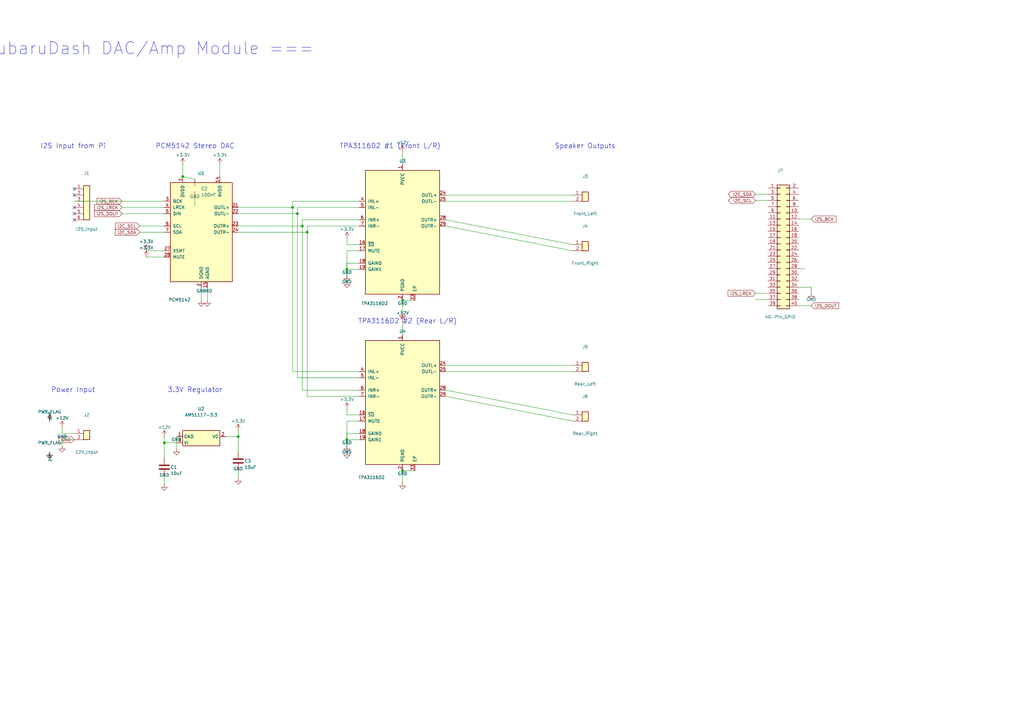
<source format=kicad_sch>
(kicad_sch (version 20250114) (generator "eeschema") (generator_version "9.0")
  (paper "A3")
  (title_block (title "SubaruDash DAC/Amp Module") (date "2026-02-02") (rev "1.0") (comment 1 "4×50W Class D Audio System") (comment 2 "PCM5142 DAC + 2× TPA3116D2 Amp"))
  (lib_symbols
    (symbol "Connector_Generic:Conn_01x02" (pin_names (offset 1.016) (hide yes))
      (property "Reference" "J" (at 0 2.54 0))
      (property "Value" "Conn_01x02" (at 0 -5.08 0))
      (symbol "Conn_01x02_1_1"
        (rectangle (start -1.27 1.27) (end 1.27 -2.54) (stroke (width 0.254)) (fill (type background)))
        (pin passive line (at -5.08 0 0) (length 3.81) (name "Pin_1") (number "1"))
        (pin passive line (at -5.08 -2.54 0) (length 3.81) (name "Pin_2") (number "2"))
      )
    )
    (symbol "Connector_Generic:Conn_01x06" (pin_names (offset 1.016) (hide yes))
      (property "Reference" "J" (at 0 7.62 0))
      (property "Value" "Conn_01x06" (at 0 -10.16 0))
      (symbol "Conn_01x06_1_1"
        (rectangle (start -1.27 6.35) (end 1.27 -7.62) (stroke (width 0.254)) (fill (type background)))
        (pin passive line (at -5.08 5.08 0) (length 3.81) (name "Pin_1") (number "1"))
        (pin passive line (at -5.08 2.54 0) (length 3.81) (name "Pin_2") (number "2"))
        (pin passive line (at -5.08 0 0) (length 3.81) (name "Pin_3") (number "3"))
        (pin passive line (at -5.08 -2.54 0) (length 3.81) (name "Pin_4") (number "4"))
        (pin passive line (at -5.08 -5.08 0) (length 3.81) (name "Pin_5") (number "5"))
        (pin passive line (at -5.08 -7.62 0) (length 3.81) (name "Pin_6") (number "6"))
      )
    )
    (symbol "Connector_Generic:Conn_02x20_Odd_Even" (pin_names (offset 1.016) (hide yes))
      (property "Reference" "J" (at 1.27 25.4 0))
      (property "Value" "Conn_02x20_Odd_Even" (at 1.27 -27.94 0))
      (symbol "Conn_02x20_Odd_Even_1_1"
        (rectangle (start -1.27 24.13) (end 3.81 -26.67) (stroke (width 0.254)) (fill (type background)))
        (rectangle (start -1.27 22.987) (end 0 22.733) (stroke (width 0.1524)))
        (rectangle (start -1.27 20.447) (end 0 20.193) (stroke (width 0.1524)))
        (rectangle (start -1.27 17.907) (end 0 17.653) (stroke (width 0.1524)))
        (rectangle (start -1.27 15.367) (end 0 15.113) (stroke (width 0.1524)))
        (rectangle (start -1.27 12.827) (end 0 12.573) (stroke (width 0.1524)))
        (rectangle (start -1.27 10.287) (end 0 10.033) (stroke (width 0.1524)))
        (rectangle (start -1.27 7.747) (end 0 7.493) (stroke (width 0.1524)))
        (rectangle (start -1.27 5.207) (end 0 4.953) (stroke (width 0.1524)))
        (rectangle (start -1.27 2.667) (end 0 2.413) (stroke (width 0.1524)))
        (rectangle (start -1.27 0.127) (end 0 -0.127) (stroke (width 0.1524)))
        (rectangle (start -1.27 -2.413) (end 0 -2.667) (stroke (width 0.1524)))
        (rectangle (start -1.27 -4.953) (end 0 -5.207) (stroke (width 0.1524)))
        (rectangle (start -1.27 -7.493) (end 0 -7.747) (stroke (width 0.1524)))
        (rectangle (start -1.27 -10.033) (end 0 -10.287) (stroke (width 0.1524)))
        (rectangle (start -1.27 -12.573) (end 0 -12.827) (stroke (width 0.1524)))
        (rectangle (start -1.27 -15.113) (end 0 -15.367) (stroke (width 0.1524)))
        (rectangle (start -1.27 -17.653) (end 0 -17.907) (stroke (width 0.1524)))
        (rectangle (start -1.27 -20.193) (end 0 -20.447) (stroke (width 0.1524)))
        (rectangle (start -1.27 -22.733) (end 0 -22.987) (stroke (width 0.1524)))
        (rectangle (start -1.27 -25.273) (end 0 -25.527) (stroke (width 0.1524)))
        (rectangle (start 3.81 22.987) (end 2.54 22.733) (stroke (width 0.1524)))
        (rectangle (start 3.81 20.447) (end 2.54 20.193) (stroke (width 0.1524)))
        (rectangle (start 3.81 17.907) (end 2.54 17.653) (stroke (width 0.1524)))
        (rectangle (start 3.81 15.367) (end 2.54 15.113) (stroke (width 0.1524)))
        (rectangle (start 3.81 12.827) (end 2.54 12.573) (stroke (width 0.1524)))
        (rectangle (start 3.81 10.287) (end 2.54 10.033) (stroke (width 0.1524)))
        (rectangle (start 3.81 7.747) (end 2.54 7.493) (stroke (width 0.1524)))
        (rectangle (start 3.81 5.207) (end 2.54 4.953) (stroke (width 0.1524)))
        (rectangle (start 3.81 2.667) (end 2.54 2.413) (stroke (width 0.1524)))
        (rectangle (start 3.81 0.127) (end 2.54 -0.127) (stroke (width 0.1524)))
        (rectangle (start 3.81 -2.413) (end 2.54 -2.667) (stroke (width 0.1524)))
        (rectangle (start 3.81 -4.953) (end 2.54 -5.207) (stroke (width 0.1524)))
        (rectangle (start 3.81 -7.493) (end 2.54 -7.747) (stroke (width 0.1524)))
        (rectangle (start 3.81 -10.033) (end 2.54 -10.287) (stroke (width 0.1524)))
        (rectangle (start 3.81 -12.573) (end 2.54 -12.827) (stroke (width 0.1524)))
        (rectangle (start 3.81 -15.113) (end 2.54 -15.367) (stroke (width 0.1524)))
        (rectangle (start 3.81 -17.653) (end 2.54 -17.907) (stroke (width 0.1524)))
        (rectangle (start 3.81 -20.193) (end 2.54 -20.447) (stroke (width 0.1524)))
        (rectangle (start 3.81 -22.733) (end 2.54 -22.987) (stroke (width 0.1524)))
        (rectangle (start 3.81 -25.273) (end 2.54 -25.527) (stroke (width 0.1524)))
        (pin passive line (at -5.08 22.86 0) (length 3.81) (name "Pin_1") (number "1"))
        (pin passive line (at -5.08 20.32 0) (length 3.81) (name "Pin_3") (number "3"))
        (pin passive line (at -5.08 17.78 0) (length 3.81) (name "Pin_5") (number "5"))
        (pin passive line (at -5.08 15.24 0) (length 3.81) (name "Pin_7") (number "7"))
        (pin passive line (at -5.08 12.7 0) (length 3.81) (name "Pin_9") (number "9"))
        (pin passive line (at -5.08 10.16 0) (length 3.81) (name "Pin_11") (number "11"))
        (pin passive line (at -5.08 7.62 0) (length 3.81) (name "Pin_13") (number "13"))
        (pin passive line (at -5.08 5.08 0) (length 3.81) (name "Pin_15") (number "15"))
        (pin passive line (at -5.08 2.54 0) (length 3.81) (name "Pin_17") (number "17"))
        (pin passive line (at -5.08 0 0) (length 3.81) (name "Pin_19") (number "19"))
        (pin passive line (at -5.08 -2.54 0) (length 3.81) (name "Pin_21") (number "21"))
        (pin passive line (at -5.08 -5.08 0) (length 3.81) (name "Pin_23") (number "23"))
        (pin passive line (at -5.08 -7.62 0) (length 3.81) (name "Pin_25") (number "25"))
        (pin passive line (at -5.08 -10.16 0) (length 3.81) (name "Pin_27") (number "27"))
        (pin passive line (at -5.08 -12.7 0) (length 3.81) (name "Pin_29") (number "29"))
        (pin passive line (at -5.08 -15.24 0) (length 3.81) (name "Pin_31") (number "31"))
        (pin passive line (at -5.08 -17.78 0) (length 3.81) (name "Pin_33") (number "33"))
        (pin passive line (at -5.08 -20.32 0) (length 3.81) (name "Pin_35") (number "35"))
        (pin passive line (at -5.08 -22.86 0) (length 3.81) (name "Pin_37") (number "37"))
        (pin passive line (at -5.08 -25.4 0) (length 3.81) (name "Pin_39") (number "39"))
        (pin passive line (at 7.62 22.86 180) (length 3.81) (name "Pin_2") (number "2"))
        (pin passive line (at 7.62 20.32 180) (length 3.81) (name "Pin_4") (number "4"))
        (pin passive line (at 7.62 17.78 180) (length 3.81) (name "Pin_6") (number "6"))
        (pin passive line (at 7.62 15.24 180) (length 3.81) (name "Pin_8") (number "8"))
        (pin passive line (at 7.62 12.7 180) (length 3.81) (name "Pin_10") (number "10"))
        (pin passive line (at 7.62 10.16 180) (length 3.81) (name "Pin_12") (number "12"))
        (pin passive line (at 7.62 7.62 180) (length 3.81) (name "Pin_14") (number "14"))
        (pin passive line (at 7.62 5.08 180) (length 3.81) (name "Pin_16") (number "16"))
        (pin passive line (at 7.62 2.54 180) (length 3.81) (name "Pin_18") (number "18"))
        (pin passive line (at 7.62 0 180) (length 3.81) (name "Pin_20") (number "20"))
        (pin passive line (at 7.62 -2.54 180) (length 3.81) (name "Pin_22") (number "22"))
        (pin passive line (at 7.62 -5.08 180) (length 3.81) (name "Pin_24") (number "24"))
        (pin passive line (at 7.62 -7.62 180) (length 3.81) (name "Pin_26") (number "26"))
        (pin passive line (at 7.62 -10.16 180) (length 3.81) (name "Pin_28") (number "28"))
        (pin passive line (at 7.62 -12.7 180) (length 3.81) (name "Pin_30") (number "30"))
        (pin passive line (at 7.62 -15.24 180) (length 3.81) (name "Pin_32") (number "32"))
        (pin passive line (at 7.62 -17.78 180) (length 3.81) (name "Pin_34") (number "34"))
        (pin passive line (at 7.62 -20.32 180) (length 3.81) (name "Pin_36") (number "36"))
        (pin passive line (at 7.62 -22.86 180) (length 3.81) (name "Pin_38") (number "38"))
        (pin passive line (at 7.62 -25.4 180) (length 3.81) (name "Pin_40") (number "40"))
      )
    )
    (symbol "Device:C" (pin_numbers (hide yes)) (pin_names (offset 0.254) (hide yes))
      (property "Reference" "C" (at 0.635 2.54 0))
      (property "Value" "C" (at 0.635 -2.54 0))
      (symbol "C_0_1"
        (polyline (pts (xy -2.032 0.762) (xy 2.032 0.762)) (stroke (width 0.508)))
        (polyline (pts (xy -2.032 -0.762) (xy 2.032 -0.762)) (stroke (width 0.508)))
      )
      (symbol "C_1_1"
        (pin passive line (at 0 3.81 270) (length 2.794) (name "~") (number "1"))
        (pin passive line (at 0 -3.81 90) (length 2.794) (name "~") (number "2"))
      )
    )
    (symbol "Device:L" (pin_numbers (hide yes)) (pin_names (offset 1.016) (hide yes))
      (property "Reference" "L" (at -1.016 0 90))
      (property "Value" "L" (at 1.524 0 90))
      (symbol "L_0_1"
        (arc (start 0 2.54) (mid 0.6323 1.905) (end 0 1.27))
        (arc (start 0 1.27) (mid 0.6323 0.635) (end 0 0))
        (arc (start 0 0) (mid 0.6323 -0.635) (end 0 -1.27))
        (arc (start 0 -1.27) (mid 0.6323 -1.905) (end 0 -2.54))
      )
      (symbol "L_1_1"
        (pin passive line (at 0 3.81 270) (length 1.27) (name "1") (number "1"))
        (pin passive line (at 0 -3.81 90) (length 1.27) (name "2") (number "2"))
      )
    )
    (symbol "Device:R" (pin_numbers (hide yes)) (pin_names (offset 0) (hide yes))
      (property "Reference" "R" (at 2.032 0 90))
      (property "Value" "R" (at 0 0 90))
      (symbol "R_0_1"
        (rectangle (start -1.016 -2.54) (end 1.016 2.54) (stroke (width 0.254)))
      )
      (symbol "R_1_1"
        (pin passive line (at 0 3.81 270) (length 1.27) (name "~") (number "1"))
        (pin passive line (at 0 -3.81 90) (length 1.27) (name "~") (number "2"))
      )
    )
    (symbol "Regulator_Linear:AMS1117-3.3"
      (property "Reference" "U" (at 0 5.08 0))
      (property "Value" "AMS1117-3.3" (at 0 2.54 0))
      (symbol "AMS1117-3.3_0_1"
        (rectangle (start -7.62 -5.08) (end 7.62 1.27) (stroke (width 0.254)) (fill (type background)))
      )
      (symbol "AMS1117-3.3_1_1"
        (pin power_in line (at -10.16 -1.27 0) (length 2.54) (name "GND") (number "1"))
        (pin power_in line (at -10.16 -3.81 0) (length 2.54) (name "VI") (number "3"))
        (pin power_out line (at 10.16 -1.27 180) (length 2.54) (name "VO") (number "2"))
      )
    )
    (symbol "custom:PCM5142" (pin_names (offset 1.016))
      (property "Reference" "U" (at 0 21.59 0))
      (property "Value" "PCM5142" (at 0 -21.59 0))
      (symbol "PCM5142_0_1"
        (rectangle (start -12.7 20.32) (end 12.7 -20.32) (stroke (width 0.254)) (fill (type background)))
      )
      (symbol "PCM5142_1_1"
        (pin input line (at -15.24 12.7 0) (length 2.54) (name "BCK") (number "3"))
        (pin input line (at -15.24 10.16 0) (length 2.54) (name "LRCK") (number "4"))
        (pin input line (at -15.24 7.62 0) (length 2.54) (name "DIN") (number "5"))
        (pin input line (at -15.24 2.54 0) (length 2.54) (name "SCL") (number "6"))
        (pin bidirectional line (at -15.24 0 0) (length 2.54) (name "SDA") (number "7"))
        (pin input line (at -15.24 -7.62 0) (length 2.54) (name "XSMT") (number "27"))
        (pin input line (at -15.24 -10.16 0) (length 2.54) (name "MUTE") (number "28"))
        (pin power_in line (at -7.62 22.86 270) (length 2.54) (name "DVDD") (number "1"))
        (pin power_in line (at 0 -22.86 90) (length 2.54) (name "DGND") (number "2"))
        (pin power_in line (at 2.54 -22.86 90) (length 2.54) (name "AGND") (number "15"))
        (pin power_in line (at 7.62 22.86 270) (length 2.54) (name "AVDD") (number "14"))
        (pin output line (at 15.24 10.16 180) (length 2.54) (name "OUTL+") (number "21"))
        (pin output line (at 15.24 7.62 180) (length 2.54) (name "OUTL-") (number "22"))
        (pin output line (at 15.24 2.54 180) (length 2.54) (name "OUTR+") (number "23"))
        (pin output line (at 15.24 0 180) (length 2.54) (name "OUTR-") (number "24"))
      )
    )
    (symbol "custom:TPA3116D2" (pin_names (offset 1.016))
      (property "Reference" "U" (at 0 26.67 0))
      (property "Value" "TPA3116D2" (at 0 -26.67 0))
      (symbol "TPA3116D2_0_1"
        (rectangle (start -15.24 25.4) (end 15.24 -25.4) (stroke (width 0.254)) (fill (type background)))
      )
      (symbol "TPA3116D2_1_1"
        (pin input line (at -17.78 12.7 0) (length 2.54) (name "INL+") (number "4"))
        (pin input line (at -17.78 10.16 0) (length 2.54) (name "INL-") (number "5"))
        (pin input line (at -17.78 5.08 0) (length 2.54) (name "INR+") (number "6"))
        (pin input line (at -17.78 2.54 0) (length 2.54) (name "INR-") (number "7"))
        (pin input line (at -17.78 -5.08 0) (length 2.54) (name "~{SD}") (number "16"))
        (pin input line (at -17.78 -7.62 0) (length 2.54) (name "MUTE") (number "17"))
        (pin input line (at -17.78 -12.7 0) (length 2.54) (name "GAIN0") (number "18"))
        (pin input line (at -17.78 -15.24 0) (length 2.54) (name "GAIN1") (number "19"))
        (pin power_in line (at 0 27.94 270) (length 2.54) (name "PVCC") (number "1"))
        (pin power_in line (at 0 -27.94 90) (length 2.54) (name "PGND") (number "2"))
        (pin passive line (at 5.08 -27.94 90) (length 2.54) (name "EP") (number "33"))
        (pin output line (at 17.78 15.24 180) (length 2.54) (name "OUTL+") (number "24"))
        (pin output line (at 17.78 12.7 180) (length 2.54) (name "OUTL-") (number "25"))
        (pin output line (at 17.78 5.08 180) (length 2.54) (name "OUTR+") (number "28"))
        (pin output line (at 17.78 2.54 180) (length 2.54) (name "OUTR-") (number "29"))
      )
    )
    (symbol "power:+12V" (power) (pin_numbers (hide yes)) (pin_names (offset 0) (hide yes))
      (property "Value" "+12V" (at 0 3.556 0))
      (symbol "+12V_0_1"
        (polyline (pts (xy -0.762 1.27) (xy 0 2.54)))
        (polyline (pts (xy 0 2.54) (xy 0.762 1.27)))
        (polyline (pts (xy 0 0) (xy 0 2.54)))
      )
      (symbol "+12V_1_1"
        (pin power_in line (at 0 0 90) (length 0) (name "+12V") (number "1"))
      )
    )
    (symbol "power:+3.3V" (power) (pin_numbers (hide yes)) (pin_names (offset 0) (hide yes))
      (property "Value" "+3.3V" (at 0 3.556 0))
      (symbol "+3.3V_0_1"
        (polyline (pts (xy -0.762 1.27) (xy 0 2.54)))
        (polyline (pts (xy 0 2.54) (xy 0.762 1.27)))
        (polyline (pts (xy 0 0) (xy 0 2.54)))
      )
      (symbol "+3.3V_1_1"
        (pin power_in line (at 0 0 90) (length 0) (name "+3.3V") (number "1"))
      )
    )
    (symbol "power:GND" (power) (pin_numbers (hide yes)) (pin_names (offset 0) (hide yes))
      (property "Value" "GND" (at 0 -3.81 0))
      (symbol "GND_0_1"
        (polyline (pts (xy 0 0) (xy 0 -1.27) (xy 1.27 -1.27) (xy 0 -2.54) (xy -1.27 -1.27) (xy 0 -1.27)))
      )
      (symbol "GND_1_1"
        (pin power_in line (at 0 0 270) (length 0) (name "GND") (number "1"))
      )
    )
    (symbol "power:NC" (pin_numbers (hide yes)) (exclude_from_sim yes) (in_bom no) (on_board no)
      (symbol "NC_0_0"
        (polyline (pts (xy -0.635 0.635) (xy 0.635 -0.635)) (stroke (width 0.1524)))
        (polyline (pts (xy -0.635 -0.635) (xy 0.635 0.635)) (stroke (width 0.1524)))
      )
      (symbol "NC_1_1"
        (pin passive line (at 0 0 0) (length 0) (hide yes) (name "NC") (number "1"))
      )
    )
    (symbol "power:PWR_FLAG" (power) (pin_numbers (hide yes))
      (property "Value" "PWR_FLAG" (at 0 3.81 0))
      (symbol "PWR_FLAG_0_0"
        (pin power_out line (at 0 0 90) (length 0) (name "pwr") (number "1"))
      )
      (symbol "PWR_FLAG_0_1"
        (polyline (pts (xy 0 0) (xy 0 1.27) (xy -0.762 1.905) (xy 0 2.54) (xy 0.762 1.905) (xy 0 1.27)))
      )
    )
  )
  (text "TPA3116D2 #1 (Front L/R)" (at 160 60 0) (effects (font (size 2 2))))
  (text "=== SubaruDash DAC/Amp Module ===" (at 50 20 0) (effects (font (size 5 5))))
  (text "3.3V Regulator" (at 80 160 0) (effects (font (size 2 2))))
  (text "I2S Input from Pi" (at 30 60 0) (effects (font (size 2 2))))
  (text "TPA3116D2 #2 (Rear L/R)" (at 167.132 131.826 0) (effects (font (size 2 2))))
  (text "PCM5142 Stereo DAC" (at 80 60 0) (effects (font (size 2 2))))
  (text "Speaker Outputs" (at 240 60 0) (effects (font (size 2 2))))
  (text "Power Input" (at 30 160 0) (effects (font (size 2 2))))
  (junction (at 165.1 193.04))
  (junction (at 67.39 181.61))
  (junction (at 142.24 110.49))
  (junction (at 122 87.63))
  (junction (at 97.71 179.07))
  (junction (at 124 92.71))
  (junction (at 165.1 123.19))
  (junction (at 120 85.09))
  (junction (at 74.93 72.39))
  (junction (at 142.24 180.34))
  (junction (at 126 95.25))
  (no_connect (at 30.48 77.47))
  (no_connect (at 30.48 90.17))
  (no_connect (at 30.48 87.63))
  (no_connect (at 30.48 85.09))
  (no_connect (at 30.48 80.01))
  (wire (pts (xy 182.88 160.02) (xy 234.92 170.18)))
  (wire (pts (xy 124 90.17) (xy 147.32 90.17)))
  (wire (pts (xy 147.32 172.72) (xy 142.32 172.72)))
  (wire (pts (xy 142.32 102.87) (xy 142.32 115.49)))
  (wire (pts (xy 142.24 177.8) (xy 147.32 177.8)))
  (wire (pts (xy 327.62 117.78) (xy 332.7 117.78)))
  (wire (pts (xy 72.39 181.61) (xy 67.39 181.61)))
  (wire (pts (xy 67.31 92.71) (xy 57.31 92.71)))
  (wire (pts (xy 327.62 125.4) (xy 332.7 125.4)))
  (wire (pts (xy 165.1 137.16) (xy 165.1 132.16)))
  (wire (pts (xy 182.88 90.17) (xy 234.92 100.33)))
  (wire (pts (xy 97.71 185.26) (xy 97.71 179.07)))
  (wire (pts (xy 79.93 81.2) (xy 79.93 84.39)))
  (wire (pts (xy 142.24 177.8) (xy 142.24 180.34)))
  (wire (pts (xy 126 95.25) (xy 126 92.71)))
  (wire (pts (xy 332.7 117.78) (xy 332.7 120.32)))
  (wire (pts (xy 147.32 102.87) (xy 142.32 102.87)))
  (wire (pts (xy 327.62 89.84) (xy 332.7 89.84)))
  (wire (pts (xy 97.79 85.09) (xy 120 85.09)))
  (wire (pts (xy 124 92.71) (xy 124 90.17)))
  (wire (pts (xy 309.84 120.32) (xy 314.92 120.32)))
  (wire (pts (xy 122 85.09) (xy 147.32 85.09)))
  (wire (pts (xy 142.24 180.34) (xy 142.24 182.88)))
  (wire (pts (xy 124 92.71) (xy 124 160.02)))
  (wire (pts (xy 30.48 82.55) (xy 67.31 82.55)))
  (wire (pts (xy 182.88 149.86) (xy 234.92 149.86)))
  (wire (pts (xy 182.88 80.01) (xy 234.92 80.01)))
  (wire (pts (xy 92.71 179.07) (xy 97.71 179.07)))
  (wire (pts (xy 120 85.09) (xy 120 82.55)))
  (wire (pts (xy 67.31 95.25) (xy 57.31 95.25)))
  (wire (pts (xy 97.79 92.71) (xy 124 92.71)))
  (wire (pts (xy 126 95.25) (xy 126 162.56)))
  (wire (pts (xy 79.93 73.58) (xy 74.93 72.39)))
  (wire (pts (xy 122 87.63) (xy 122 154.94)))
  (wire (pts (xy 142.32 172.72) (xy 142.32 185.34)))
  (wire (pts (xy 314.92 82.22) (xy 309.84 82.22)))
  (wire (pts (xy 170.18 123.19) (xy 165.1 123.19)))
  (wire (pts (xy 120 85.09) (xy 120 152.4)))
  (wire (pts (xy 97.71 192.88) (xy 97.71 196.07)))
  (wire (pts (xy 182.88 152.4) (xy 234.92 152.4)))
  (wire (pts (xy 72.39 179.07) (xy 72.39 184.07)))
  (wire (pts (xy 142.32 167.64) (xy 142.32 170.18)))
  (wire (pts (xy 126 92.71) (xy 147.32 92.71)))
  (wire (pts (xy 182.88 92.71) (xy 234.92 102.87)))
  (wire (pts (xy 74.93 72.39) (xy 74.93 67.39)))
  (wire (pts (xy 327.62 110.16) (xy 330.16 110.16)))
  (wire (pts (xy 120 82.55) (xy 147.32 82.55)))
  (wire (pts (xy 126 162.56) (xy 147.32 162.56)))
  (wire (pts (xy 30.48 177.8) (xy 25.48 177.8)))
  (wire (pts (xy 142.24 110.49) (xy 147.32 110.49)))
  (wire (pts (xy 147.32 170.18) (xy 142.32 170.18)))
  (wire (pts (xy 97.71 176.53) (xy 97.71 179.07)))
  (wire (pts (xy 82.55 118.11) (xy 82.55 123.11)))
  (wire (pts (xy 142.24 107.95) (xy 147.32 107.95)))
  (wire (pts (xy 170.18 193.04) (xy 165.1 193.04)))
  (wire (pts (xy 120 152.4) (xy 147.32 152.4)))
  (wire (pts (xy 67.39 187.8) (xy 67.39 181.61)))
  (wire (pts (xy 182.88 82.55) (xy 234.92 82.55)))
  (wire (pts (xy 25.48 180.34) (xy 25.48 182.88)))
  (wire (pts (xy 314.92 122.86) (xy 309.84 122.86)))
  (wire (pts (xy 25.48 175.26) (xy 25.48 177.8)))
  (wire (pts (xy 142.24 110.49) (xy 142.24 107.95)))
  (wire (pts (xy 122 87.63) (xy 122 85.09)))
  (wire (pts (xy 97.79 95.25) (xy 126 95.25)))
  (wire (pts (xy 165.1 193.04) (xy 165.1 198.04)))
  (wire (pts (xy 182.88 162.56) (xy 234.92 172.72)))
  (wire (pts (xy 50 85.09) (xy 67.31 85.09)))
  (wire (pts (xy 85.09 118.11) (xy 85.09 123.11)))
  (wire (pts (xy 142.24 180.34) (xy 147.32 180.34)))
  (wire (pts (xy 90.17 72.39) (xy 90.17 67.39)))
  (wire (pts (xy 142.24 110.49) (xy 142.24 113.03)))
  (wire (pts (xy 124 160.02) (xy 147.32 160.02)))
  (wire (pts (xy 50 87.63) (xy 67.31 87.63)))
  (wire (pts (xy 142.32 97.79) (xy 142.32 100.33)))
  (wire (pts (xy 122 154.94) (xy 147.32 154.94)))
  (wire (pts (xy 60 102.87) (xy 67.31 102.87)))
  (wire (pts (xy 97.79 87.63) (xy 122 87.63)))
  (wire (pts (xy 147.32 100.33) (xy 142.32 100.33)))
  (wire (pts (xy 165.1 123.19) (xy 165.1 128.19)))
  (wire (pts (xy 67.39 195.42) (xy 67.39 198.61)))
  (wire (pts (xy 67.39 179.07) (xy 67.39 181.61)))
  (wire (pts (xy 309.84 79.68) (xy 314.92 79.68)))
  (wire (pts (xy 60 105.41) (xy 67.31 105.41)))
  (wire (pts (xy 30.48 180.34) (xy 25.48 180.34)))
  (wire (pts (xy 165.1 67.31) (xy 165.1 62.31)))
  (global_label "GND" (shape input) (at 30.48 180.34 180) (property "Intersheetrefs" "${INTERSHEET_REFS}" (effects (hide yes))))
  (global_label "I2S_LRCK" (shape input) (at 309.84 120.32 180) (property "Intersheetrefs" "${INTERSHEET_REFS}" (effects (hide yes))))
  (global_label "I2C_SDA" (shape input) (at 57.31 95.25 180) (property "Intersheetrefs" "${INTERSHEET_REFS}" (effects (hide yes))))
  (global_label "I2S_DOUT" (shape input) (at 332.7 125.4 0) (property "Intersheetrefs" "${INTERSHEET_REFS}" (effects (hide yes))))
  (global_label "I2S_BCK" (shape input) (at 332.7 89.84 0) (property "Intersheetrefs" "${INTERSHEET_REFS}" (effects (hide yes))))
  (global_label "I2C_SCL" (shape bidirectional) (at 309.84 82.22 180) (property "Intersheetrefs" "${INTERSHEET_REFS}" (effects (hide yes))))
  (global_label "I2S_BCK" (shape input) (at 50 82.55 180) (property "Intersheetrefs" "${INTERSHEET_REFS}" (effects (hide yes))))
  (global_label "I2S_LRCK" (shape input) (at 50 85.09 180) (property "Intersheetrefs" "${INTERSHEET_REFS}" (effects (hide yes))))
  (global_label "I2S_DOUT" (shape input) (at 50 87.63 180) (property "Intersheetrefs" "${INTERSHEET_REFS}" (effects (hide yes))))
  (global_label "I2C_SCL" (shape input) (at 57.31 92.71 180) (property "Intersheetrefs" "${INTERSHEET_REFS}" (effects (hide yes))))
  (global_label "I2C_SDA" (shape bidirectional) (at 309.84 79.68 180) (property "Intersheetrefs" "${INTERSHEET_REFS}" (effects (hide yes))))
  (symbol (lib_id "power:GND") (at 67.39 198.61 0) (unit 1)
    (property "Reference" "#9a85e6a01" (effects (hide yes)))
    (property "Value" "GND" (at 67.39 194.8 0))
  )
  (symbol (lib_id "Connector_Generic:Conn_01x02") (at 240 149.86 0) (unit 1)
    (property "Reference" "J5" (at 240 142.24 0))
    (property "Value" "Rear_Left" (at 240 157.48 0))
    (property "Footprint" "Connector_Phoenix_MSTB:PhoenixContact_MSTBA_2,5_2-G-5,08_1x02_P5.08mm_Horizontal" (effects (hide yes)))
  )
  (symbol (lib_id "Connector_Generic:Conn_01x02") (at 240 100.33 0) (unit 1)
    (property "Reference" "J4" (at 240 92.71 0))
    (property "Value" "Front_Right" (at 240 107.95 0))
    (property "Footprint" "Connector_Phoenix_MSTB:PhoenixContact_MSTBA_2,5_2-G-5,08_1x02_P5.08mm_Horizontal" (effects (hide yes)))
  )
  (symbol (lib_id "power:+12V") (at 25.48 175.26 0) (unit 1)
    (property "Reference" "#209f58a01" (effects (hide yes)))
    (property "Value" "+12V" (at 25.48 171.45 0))
  )
  (symbol (lib_id "power:+3.3V") (at 142.32 97.79 0) (unit 1)
    (property "Reference" "#d01" (effects (hide yes)))
    (property "Value" "+3.3V" (at 142.32 93.98 0))
  )
  (symbol (lib_id "Connector_Generic:Conn_01x02") (at 240 170.18 0) (unit 1)
    (property "Reference" "J6" (at 240 162.56 0))
    (property "Value" "Rear_Right" (at 240 177.8 0))
    (property "Footprint" "Connector_Phoenix_MSTB:PhoenixContact_MSTBA_2,5_2-G-5,08_1x02_P5.08mm_Horizontal" (effects (hide yes)))
  )
  (symbol (lib_id "Connector_Generic:Conn_01x02") (at 240 80.01 0) (unit 1)
    (property "Reference" "J3" (at 240 72.39 0))
    (property "Value" "Front_Left" (at 240 87.63 0))
    (property "Footprint" "Connector_Phoenix_MSTB:PhoenixContact_MSTBA_2,5_2-G-5,08_1x02_P5.08mm_Horizontal" (effects (hide yes)))
  )
  (symbol (lib_id "power:+3.3V") (at 142.32 167.64 0) (unit 1)
    (property "Reference" "#6cc0e01" (effects (hide yes)))
    (property "Value" "+3.3V" (at 142.32 163.83 0))
  )
  (symbol (lib_id "Device:C") (at 67.39 191.61 0) (unit 1)
    (property "Reference" "C1" (at 69.93 191.61 0) (effects (justify left)))
    (property "Value" "10uF" (at 69.93 194.15 0) (effects (justify left)))
    (property "Footprint" "Capacitor_SMD:C_0805_2012Metric" (effects (hide yes)))
  )
  (symbol (lib_id "power:GND") (at 332.7 120.32 0) (unit 1)
    (property "Reference" "#PWR0202" (effects (hide yes)))
    (property "Value" "GND" (at 332.7 122.86 0))
  )
  (symbol (lib_id "power:+3.3V") (at 90.17 67.39 0) (unit 1)
    (property "Reference" "#836f01" (effects (hide yes)))
    (property "Value" "+3.3V" (at 90.17 63.58 0))
  )
  (symbol (lib_id "custom:TPA3116D2") (at 165.1 95.25 0) (unit 1)
    (property "Reference" "U3" (at 165.1 66.04 0))
    (property "Value" "TPA3116D2" (at 153.67 124.46 0))
    (property "Footprint" "Package_SO:HTSSOP-32-1EP_6.1x11mm_P0.65mm_EP5.2x11mm_Mask4.11x4.36mm_ThermalVias" (effects (hide yes)))
    (property "Datasheet" "https://www.ti.com/lit/ds/symlink/tpa3116d2.pdf" (effects (hide yes)))
  )
  (symbol (lib_id "power:+12V") (at 20.32 172.72 0) (unit 1)
    (property "Reference" "#PWR0301" (effects (hide yes)))
    (property "Value" "+12V" (effects (hide yes)))
  )
  (symbol (lib_id "power:+12V") (at 165.1 62.31 0) (unit 1)
    (property "Reference" "#ac31f01" (effects (hide yes)))
    (property "Value" "+12V" (at 165.1 58.5 0))
  )
  (symbol (lib_id "power:+12V") (at 67.39 179.07 0) (unit 1)
    (property "Reference" "#d7a85f4a01" (effects (hide yes)))
    (property "Value" "+12V" (at 67.39 175.26 0))
  )
  (symbol (lib_id "custom:TPA3116D2") (at 165.1 165.1 0) (unit 1)
    (property "Reference" "U4" (at 165.1 135.89 0))
    (property "Value" "TPA3116D2" (at 152.4 195.834 0))
    (property "Footprint" "Package_SO:HTSSOP-32-1EP_6.1x11mm_P0.65mm_EP5.2x11mm_Mask4.11x4.36mm_ThermalVias" (effects (hide yes)))
    (property "Datasheet" "https://www.ti.com/lit/ds/symlink/tpa3116d2.pdf" (effects (hide yes)))
  )
  (symbol (lib_id "power:GND") (at 165.1 128.19 0) (unit 1)
    (property "Reference" "#8729e01" (effects (hide yes)))
    (property "Value" "GND" (at 165.1 124.38 0))
  )
  (symbol (lib_id "custom:PCM5142") (at 82.55 95.25 0) (unit 1)
    (property "Reference" "U1" (at 82.55 71.12 0))
    (property "Value" "PCM5142" (at 73.66 122.936 0))
    (property "Footprint" "Package_QFP:TQFP-32_7x7mm_P0.8mm" (effects (hide yes)))
    (property "Datasheet" "https://www.ti.com/lit/ds/symlink/pcm5142.pdf" (effects (hide yes)))
  )
  (symbol (lib_id "power:GND") (at 142.24 113.03 0) (unit 1)
    (property "Reference" "#PWR0401" (effects (hide yes)))
    (property "Value" "GND" (at 142.24 115.57 0))
  )
  (symbol (lib_id "power:+3.3V") (at 74.93 67.39 0) (unit 1)
    (property "Reference" "#68709a01" (effects (hide yes)))
    (property "Value" "+3.3V" (at 74.93 63.58 0))
  )
  (symbol (lib_id "power:GND") (at 79.93 84.39 0) (unit 1)
    (property "Reference" "#7c7d9a5d01" (effects (hide yes)))
    (property "Value" "GND" (at 79.93 80.58 0))
  )
  (symbol (lib_id "Connector_Generic:Conn_02x20_Odd_Even") (at 320 100 0) (unit 1)
    (property "Reference" "J7" (at 320 70 0))
    (property "Value" "40-Pin_GPIO" (at 320 130 0))
    (property "Footprint" "Connector_PinSocket_2.54mm:PinSocket_2x20_P2.54mm_Vertical" (effects (hide yes)))
    (property "Description" "Generic connector, double row, 02x20, odd/even pin numbering scheme (row 1 odd numbers, row 2 even numbers), script generated (kicad-library-utils/schlib/autogen/connector/)" (effects (hide yes)))
  )
  (symbol (lib_id "power:+12V") (at 165.1 132.16 0) (unit 1)
    (property "Reference" "#1dadb1c01" (effects (hide yes)))
    (property "Value" "+12V" (at 165.1 128.35 0))
  )
  (symbol (lib_id "power:GND") (at 85.09 123.11 0) (unit 1)
    (property "Reference" "#301b787f01" (effects (hide yes)))
    (property "Value" "GND" (at 85.09 119.3 0))
  )
  (symbol (lib_id "power:GND") (at 20.32 185.42 0) (unit 1)
    (property "Reference" "#PWR0302" (effects (hide yes)))
    (property "Value" "GND" (effects (hide yes)))
  )
  (symbol (lib_id "power:GND") (at 165.1 198.04 0) (unit 1)
    (property "Reference" "#b261c1e01" (effects (hide yes)))
    (property "Value" "GND" (at 165.1 194.23 0))
  )
  (symbol (lib_id "power:GND") (at 97.71 196.07 0) (unit 1)
    (property "Reference" "#5d7de8de01" (effects (hide yes)))
    (property "Value" "GND" (at 97.71 192.26 0))
  )
  (symbol (lib_id "power:PWR_FLAG") (at 20.32 185.42 180) (unit 1)
    (property "Reference" "#FLG02" (effects (hide yes)))
    (property "Value" "PWR_FLAG" (at 20.32 181.61 0))
  )
  (symbol (lib_id "power:+3.3V") (at 60 102.87 0) (unit 1)
    (property "Reference" "#PWR_XSMT01" (effects (hide yes)))
    (property "Value" "+3.3V" (at 60 99.06 0))
  )
  (symbol (lib_id "power:+3.3V") (at 97.71 176.53 0) (unit 1)
    (property "Reference" "#4651e95e01" (effects (hide yes)))
    (property "Value" "+3.3V" (at 97.71 172.72 0))
  )
  (symbol (lib_id "power:GND") (at 82.55 123.11 0) (unit 1)
    (property "Reference" "#d2a00bac01" (effects (hide yes)))
    (property "Value" "GND" (at 82.55 119.3 0))
  )
  (symbol (lib_id "Connector_Generic:Conn_01x02") (at 35.56 177.8 0) (unit 1)
    (property "Reference" "J2" (at 35.56 170.18 0))
    (property "Value" "12V_Input" (at 35.56 185.42 0))
    (property "Footprint" "Connector_Phoenix_MSTB:PhoenixContact_MSTBA_2,5_2-G-5,08_1x02_P5.08mm_Horizontal" (effects (hide yes)))
  )
  (symbol (lib_id "power:GND") (at 142.32 185.34 0) (unit 1)
    (property "Reference" "#c24cb01" (effects (hide yes)))
    (property "Value" "GND" (at 142.32 181.53 0))
  )
  (symbol (lib_id "power:+3.3V") (at 60 105.41 0) (unit 1)
    (property "Reference" "#PWR_MUTE01" (effects (hide yes)))
    (property "Value" "+3.3V" (at 60 101.6 0))
  )
  (symbol (lib_id "power:GND") (at 142.32 115.49 0) (unit 1)
    (property "Reference" "#49e63b01" (effects (hide yes)))
    (property "Value" "GND" (at 142.32 111.68 0))
  )
  (symbol (lib_id "Regulator_Linear:AMS1117-3.3") (at 82.55 177.8 0) (unit 1)
    (property "Reference" "U2" (at 82.55 167.64 0))
    (property "Value" "AMS1117-3.3" (at 82.55 170.18 0))
    (property "Footprint" "Package_TO_SOT_SMD:SOT-223-3_TabPin2" (effects (hide yes)))
  )
  (symbol (lib_id "Connector_Generic:Conn_01x06") (at 35.56 82.55 0) (unit 1)
    (property "Reference" "J1" (at 35.56 71.12 0))
    (property "Value" "I2S_Input" (at 35.56 93.98 0))
    (property "Footprint" "Connector_PinHeader_2.54mm:PinHeader_1x06_P2.54mm_Vertical" (effects (hide yes)))
  )
  (symbol (lib_id "power:GND") (at 142.24 182.88 0) (unit 1)
    (property "Reference" "#PWR0402" (effects (hide yes)))
    (property "Value" "GND" (at 142.24 185.42 0))
  )
  (symbol (lib_id "Device:C") (at 79.93 77.39 0) (unit 1)
    (property "Reference" "C2" (at 82.47 77.39 0) (effects (justify left)))
    (property "Value" "100nF" (at 82.47 79.93 0) (effects (justify left)))
    (property "Footprint" "Capacitor_SMD:C_0805_2012Metric" (effects (hide yes)))
  )
  (symbol (lib_id "Device:C") (at 97.71 189.07 0) (unit 1)
    (property "Reference" "C3" (at 100.25 189.07 0) (effects (justify left)))
    (property "Value" "10uF" (at 100.25 191.61 0) (effects (justify left)))
    (property "Footprint" "Capacitor_SMD:C_0805_2012Metric" (effects (hide yes)))
  )
  (symbol (lib_id "power:GND") (at 25.48 182.88 0) (unit 1)
    (property "Reference" "#9ba2e01" (effects (hide yes)))
    (property "Value" "GND" (at 25.48 179.07 0))
  )
  (symbol (lib_id "power:PWR_FLAG") (at 20.32 172.72 0) (unit 1)
    (property "Reference" "#FLG01" (effects (hide yes)))
    (property "Value" "PWR_FLAG" (at 20.32 168.91 0))
  )
  (symbol (lib_id "power:GND") (at 72.39 184.07 0) (unit 1)
    (property "Reference" "#e73a6c01" (effects (hide yes)))
    (property "Value" "GND" (at 72.39 180.26 0))
  )
)
</source>
